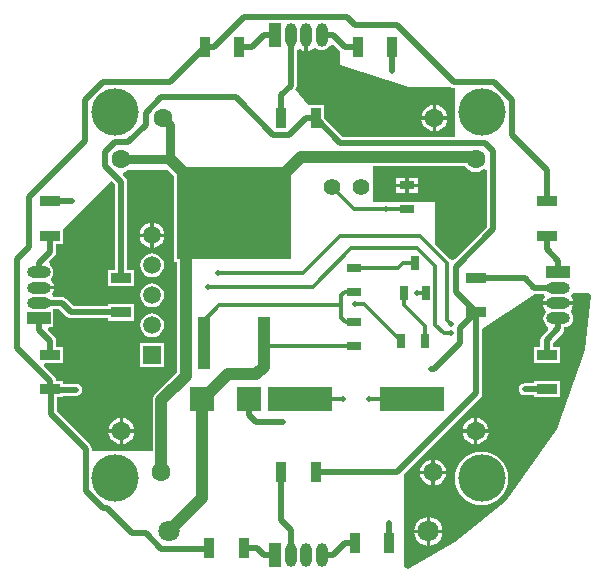
<source format=gtl>
G04 Layer_Physical_Order=1*
G04 Layer_Color=255*
%FSLAX25Y25*%
%MOIN*%
G70*
G01*
G75*
%ADD10R,0.03543X0.06693*%
%ADD11R,0.06693X0.03543*%
%ADD12R,0.02559X0.04724*%
%ADD13R,0.21654X0.07874*%
%ADD14R,0.05000X0.02756*%
%ADD15R,0.02756X0.05000*%
%ADD16R,0.37992X0.30709*%
%ADD17R,0.04331X0.17520*%
%ADD18R,0.07874X0.07874*%
%ADD19C,0.01968*%
%ADD20C,0.03937*%
%ADD21C,0.01181*%
%ADD22C,0.03150*%
%ADD23C,0.15748*%
%ADD24C,0.07087*%
%ADD25R,0.07874X0.03937*%
%ADD26O,0.07874X0.03937*%
%ADD27R,0.03937X0.07874*%
%ADD28O,0.03937X0.07874*%
%ADD29C,0.06299*%
%ADD30C,0.05512*%
%ADD31C,0.05905*%
%ADD32R,0.05905X0.05905*%
%ADD33C,0.01968*%
G36*
X97546Y-90D02*
X95669Y-18110D01*
X86221Y-44488D01*
X69056Y-68692D01*
X52050Y-82297D01*
X36354Y-91280D01*
X35333Y-90688D01*
Y-59549D01*
X61037Y-33845D01*
Y-32802D01*
X61062Y-32677D01*
Y-11398D01*
X78969Y552D01*
X81639D01*
X81771Y402D01*
X82143Y-593D01*
X82102Y-700D01*
X81894Y-971D01*
X81577Y-1737D01*
X81547Y-1969D01*
X91682D01*
X91651Y-1737D01*
X91334Y-971D01*
X91126Y-700D01*
X90949Y-234D01*
X91541Y787D01*
X96756D01*
X97546Y-90D01*
D02*
G37*
G36*
X-41634Y39784D02*
Y11024D01*
X-40380D01*
Y-25538D01*
X-47775Y-32933D01*
X-48248Y-33550D01*
X-48546Y-34269D01*
X-48647Y-35039D01*
Y-51968D01*
X-68859Y-51968D01*
Y-51181D01*
X-69012Y-50413D01*
X-69447Y-49762D01*
X-80473Y-38736D01*
Y-34055D01*
X-78347D01*
Y-33503D01*
X-74016D01*
X-73248Y-33350D01*
X-72597Y-32915D01*
X-72162Y-32264D01*
X-72009Y-31496D01*
X-72162Y-30728D01*
X-72597Y-30077D01*
X-73248Y-29642D01*
X-74016Y-29489D01*
X-78347D01*
Y-28543D01*
X-80709D01*
X-80823Y-27972D01*
X-81258Y-27321D01*
X-84850Y-23729D01*
X-84398Y-22638D01*
X-78347D01*
Y-17126D01*
X-80670D01*
Y-15354D01*
X-80823Y-14586D01*
X-81258Y-13935D01*
X-83472Y-11721D01*
X-83020Y-10630D01*
X-81693D01*
Y-4724D01*
X-80577Y-4566D01*
X-79768D01*
X-77207Y-7128D01*
X-76556Y-7563D01*
X-75787Y-7716D01*
X-63386D01*
Y-8465D01*
X-54724D01*
Y-2953D01*
X-63386D01*
Y-3702D01*
X-74956D01*
X-77518Y-1140D01*
X-78169Y-705D01*
X-78937Y-552D01*
X-81639D01*
X-81771Y-402D01*
X-82143Y593D01*
X-82102Y700D01*
X-81894Y971D01*
X-81577Y1737D01*
X-81547Y1969D01*
X-86614D01*
Y3150D01*
X-81547D01*
X-81577Y3381D01*
X-81894Y4147D01*
X-82102Y4418D01*
X-82540Y5571D01*
X-82066Y6188D01*
X-81769Y6906D01*
X-81667Y7677D01*
X-81769Y8448D01*
X-82066Y9166D01*
X-82540Y9783D01*
X-82773Y9962D01*
X-83048Y11357D01*
X-81258Y13148D01*
X-80823Y13799D01*
X-80670Y14567D01*
Y17126D01*
X-78347D01*
Y22047D01*
X-62264Y38130D01*
X-61062Y36928D01*
Y8465D01*
X-63386D01*
Y2953D01*
X-54724D01*
Y8465D01*
X-57048D01*
Y37759D01*
X-57201Y38527D01*
X-57636Y39178D01*
X-58452Y39994D01*
X-58029Y41241D01*
X-57976Y41248D01*
X-56970Y41665D01*
X-56882Y41732D01*
X-43582D01*
X-41634Y39784D01*
D02*
G37*
G36*
X56107Y42327D02*
X56970Y41665D01*
X57976Y41248D01*
X59055Y41106D01*
X60134Y41248D01*
X61140Y41665D01*
X61773Y42150D01*
X62573Y41906D01*
X62954Y41625D01*
Y22879D01*
X52033Y11958D01*
X51526Y11882D01*
X50456Y12051D01*
X45669Y16838D01*
X45669Y31102D01*
X39705D01*
Y31102D01*
X32736D01*
Y31102D01*
X31555Y31102D01*
X24803D01*
Y43085D01*
X55526D01*
X56107Y42327D01*
D02*
G37*
G36*
X3150Y81547D02*
X3381Y81577D01*
X4147Y81894D01*
X4418Y82102D01*
X5571Y82540D01*
X6188Y82066D01*
X6906Y81769D01*
X7677Y81667D01*
X8448Y81769D01*
X9166Y82066D01*
X9783Y82540D01*
X10256Y83157D01*
X10289Y83234D01*
X11645Y83548D01*
X13780Y81414D01*
Y76772D01*
X36804Y69291D01*
X50880D01*
X51004Y69209D01*
X51772Y69056D01*
X52147D01*
Y61277D01*
X52122Y61024D01*
X52147Y60770D01*
Y52794D01*
X14808D01*
X8465Y59138D01*
Y63386D01*
X3188D01*
X-1034Y68621D01*
X-705Y69114D01*
X-552Y69882D01*
Y81639D01*
X-402Y81771D01*
X593Y82143D01*
X700Y82102D01*
X971Y81894D01*
X1737Y81577D01*
X1969Y81547D01*
Y86614D01*
X3150D01*
Y81547D01*
D02*
G37*
%LPC*%
G36*
X63345Y-45866D02*
X59646D01*
Y-49566D01*
X60186Y-49495D01*
X61239Y-49058D01*
X62144Y-48364D01*
X62838Y-47460D01*
X63274Y-46406D01*
X63345Y-45866D01*
D02*
G37*
G36*
X58465D02*
X54765D01*
X54836Y-46406D01*
X55272Y-47460D01*
X55966Y-48364D01*
X56871Y-49058D01*
X57925Y-49495D01*
X58465Y-49566D01*
Y-45866D01*
D02*
G37*
G36*
Y-40985D02*
X57925Y-41056D01*
X56871Y-41493D01*
X55966Y-42187D01*
X55272Y-43092D01*
X54836Y-44145D01*
X54765Y-44685D01*
X58465D01*
Y-40985D01*
D02*
G37*
G36*
X59646D02*
Y-44685D01*
X63345D01*
X63274Y-44145D01*
X62838Y-43092D01*
X62144Y-42187D01*
X61239Y-41493D01*
X60186Y-41056D01*
X59646Y-40985D01*
D02*
G37*
G36*
X43898Y-74053D02*
Y-78150D01*
X47995D01*
X47910Y-77507D01*
X47434Y-76358D01*
X46677Y-75371D01*
X45690Y-74613D01*
X44540Y-74137D01*
X43898Y-74053D01*
D02*
G37*
G36*
X61024Y-52122D02*
X59287Y-52293D01*
X57617Y-52800D01*
X56078Y-53623D01*
X54730Y-54730D01*
X53623Y-56078D01*
X52800Y-57617D01*
X52293Y-59287D01*
X52122Y-61024D01*
X52293Y-62760D01*
X52800Y-64430D01*
X53623Y-65969D01*
X54730Y-67318D01*
X56078Y-68425D01*
X57617Y-69247D01*
X59287Y-69754D01*
X61024Y-69925D01*
X62760Y-69754D01*
X64430Y-69247D01*
X65969Y-68425D01*
X67318Y-67318D01*
X68425Y-65969D01*
X69247Y-64430D01*
X69754Y-62760D01*
X69925Y-61024D01*
X69754Y-59287D01*
X69247Y-57617D01*
X68425Y-56078D01*
X67318Y-54730D01*
X65969Y-53623D01*
X64430Y-52800D01*
X62760Y-52293D01*
X61024Y-52122D01*
D02*
G37*
G36*
X42717Y-74053D02*
X42074Y-74137D01*
X40925Y-74613D01*
X39938Y-75371D01*
X39180Y-76358D01*
X38704Y-77507D01*
X38620Y-78150D01*
X42717D01*
Y-74053D01*
D02*
G37*
G36*
Y-79331D02*
X38620D01*
X38704Y-79974D01*
X39180Y-81123D01*
X39938Y-82110D01*
X40925Y-82867D01*
X42074Y-83343D01*
X42717Y-83428D01*
Y-79331D01*
D02*
G37*
G36*
X47995D02*
X43898D01*
Y-83428D01*
X44540Y-83343D01*
X45690Y-82867D01*
X46677Y-82110D01*
X47434Y-81123D01*
X47910Y-79974D01*
X47995Y-79331D01*
D02*
G37*
G36*
X45472Y-54765D02*
Y-58465D01*
X49172D01*
X49101Y-57925D01*
X48665Y-56871D01*
X47971Y-55966D01*
X47066Y-55272D01*
X46012Y-54836D01*
X45472Y-54765D01*
D02*
G37*
G36*
X44291D02*
X43751Y-54836D01*
X42698Y-55272D01*
X41793Y-55966D01*
X41099Y-56871D01*
X40663Y-57925D01*
X40592Y-58465D01*
X44291D01*
Y-54765D01*
D02*
G37*
G36*
X49172Y-59646D02*
X45472D01*
Y-63345D01*
X46012Y-63274D01*
X47066Y-62838D01*
X47971Y-62144D01*
X48665Y-61239D01*
X49101Y-60186D01*
X49172Y-59646D01*
D02*
G37*
G36*
X44291D02*
X40592D01*
X40663Y-60186D01*
X41099Y-61239D01*
X41793Y-62144D01*
X42698Y-62838D01*
X43751Y-63274D01*
X44291Y-63345D01*
Y-59646D01*
D02*
G37*
G36*
X87008Y-28543D02*
X78347D01*
Y-29292D01*
X75394D01*
X74626Y-29445D01*
X73975Y-29880D01*
X73539Y-30531D01*
X73387Y-31299D01*
X73539Y-32067D01*
X73975Y-32718D01*
X74626Y-33154D01*
X75394Y-33306D01*
X78347D01*
Y-34055D01*
X87008D01*
Y-28543D01*
D02*
G37*
G36*
X91682Y-3150D02*
X81547D01*
X81577Y-3381D01*
X81894Y-4147D01*
X82102Y-4418D01*
X82540Y-5571D01*
X82066Y-6188D01*
X81769Y-6906D01*
X81667Y-7677D01*
X81769Y-8448D01*
X82066Y-9166D01*
X82540Y-9783D01*
X82996Y-10133D01*
X83177Y-10610D01*
X83233Y-11567D01*
X81258Y-13541D01*
X80823Y-14193D01*
X80670Y-14961D01*
Y-17126D01*
X78347D01*
Y-22638D01*
X87008D01*
Y-17126D01*
X84684D01*
Y-15792D01*
X88033Y-12443D01*
X88468Y-11792D01*
X88621Y-11024D01*
Y-10650D01*
X89354Y-10554D01*
X90072Y-10256D01*
X90689Y-9783D01*
X91162Y-9166D01*
X91459Y-8448D01*
X91561Y-7677D01*
X91459Y-6906D01*
X91162Y-6188D01*
X90689Y-5571D01*
X91126Y-4418D01*
X91334Y-4147D01*
X91651Y-3381D01*
X91682Y-3150D01*
D02*
G37*
G36*
X-54765Y-45866D02*
X-58465D01*
Y-49566D01*
X-57925Y-49495D01*
X-56871Y-49058D01*
X-55966Y-48364D01*
X-55272Y-47460D01*
X-54836Y-46406D01*
X-54765Y-45866D01*
D02*
G37*
G36*
X-59646Y-40985D02*
X-60186Y-41056D01*
X-61239Y-41493D01*
X-62144Y-42187D01*
X-62838Y-43092D01*
X-63274Y-44145D01*
X-63345Y-44685D01*
X-59646D01*
Y-40985D01*
D02*
G37*
G36*
X-58465D02*
Y-44685D01*
X-54765D01*
X-54836Y-44145D01*
X-55272Y-43092D01*
X-55966Y-42187D01*
X-56871Y-41493D01*
X-57925Y-41056D01*
X-58465Y-40985D01*
D02*
G37*
G36*
X-59646Y-45866D02*
X-63345D01*
X-63274Y-46406D01*
X-62838Y-47460D01*
X-62144Y-48364D01*
X-61239Y-49058D01*
X-60186Y-49495D01*
X-59646Y-49566D01*
Y-45866D01*
D02*
G37*
G36*
X-48228Y24092D02*
Y20591D01*
X-44727D01*
X-44791Y21079D01*
X-45208Y22085D01*
X-45871Y22948D01*
X-46734Y23611D01*
X-47740Y24027D01*
X-48228Y24092D01*
D02*
G37*
G36*
X-48819Y-6029D02*
X-49847Y-6164D01*
X-50804Y-6561D01*
X-51627Y-7192D01*
X-52258Y-8015D01*
X-52655Y-8972D01*
X-52790Y-10000D01*
X-52655Y-11028D01*
X-52258Y-11986D01*
X-51627Y-12808D01*
X-50804Y-13439D01*
X-49847Y-13836D01*
X-48819Y-13971D01*
X-47791Y-13836D01*
X-46833Y-13439D01*
X-46011Y-12808D01*
X-45380Y-11986D01*
X-44983Y-11028D01*
X-44848Y-10000D01*
X-44983Y-8972D01*
X-45380Y-8015D01*
X-46011Y-7192D01*
X-46833Y-6561D01*
X-47791Y-6164D01*
X-48819Y-6029D01*
D02*
G37*
G36*
Y3971D02*
X-49847Y3836D01*
X-50804Y3439D01*
X-51627Y2808D01*
X-52258Y1986D01*
X-52655Y1028D01*
X-52790Y0D01*
X-52655Y-1028D01*
X-52258Y-1986D01*
X-51627Y-2808D01*
X-50804Y-3439D01*
X-49847Y-3836D01*
X-48819Y-3971D01*
X-47791Y-3836D01*
X-46833Y-3439D01*
X-46011Y-2808D01*
X-45380Y-1986D01*
X-44983Y-1028D01*
X-44848Y0D01*
X-44983Y1028D01*
X-45380Y1986D01*
X-46011Y2808D01*
X-46833Y3439D01*
X-47791Y3836D01*
X-48819Y3971D01*
D02*
G37*
G36*
X-44882Y-16063D02*
X-52756D01*
Y-23937D01*
X-44882D01*
Y-16063D01*
D02*
G37*
G36*
X-44727Y19409D02*
X-48228D01*
Y15908D01*
X-47740Y15973D01*
X-46734Y16389D01*
X-45871Y17052D01*
X-45208Y17915D01*
X-44791Y18921D01*
X-44727Y19409D01*
D02*
G37*
G36*
X-49409Y24092D02*
X-49898Y24027D01*
X-50904Y23611D01*
X-51767Y22948D01*
X-52430Y22085D01*
X-52846Y21079D01*
X-52911Y20591D01*
X-49409D01*
Y24092D01*
D02*
G37*
G36*
X-48819Y13971D02*
X-49847Y13836D01*
X-50804Y13439D01*
X-51627Y12808D01*
X-52258Y11986D01*
X-52655Y11028D01*
X-52790Y10000D01*
X-52655Y8972D01*
X-52258Y8015D01*
X-51627Y7192D01*
X-50804Y6561D01*
X-49847Y6164D01*
X-48819Y6029D01*
X-47791Y6164D01*
X-46833Y6561D01*
X-46011Y7192D01*
X-45380Y8015D01*
X-44983Y8972D01*
X-44848Y10000D01*
X-44983Y11028D01*
X-45380Y11986D01*
X-46011Y12808D01*
X-46833Y13439D01*
X-47791Y13836D01*
X-48819Y13971D01*
D02*
G37*
G36*
X-49409Y19409D02*
X-52911D01*
X-52846Y18921D01*
X-52430Y17915D01*
X-51767Y17052D01*
X-50904Y16389D01*
X-49898Y15973D01*
X-49409Y15908D01*
Y19409D01*
D02*
G37*
G36*
X35630Y39173D02*
X32539D01*
Y37205D01*
X35630D01*
Y39173D01*
D02*
G37*
G36*
X39902D02*
X36811D01*
Y37205D01*
X39902D01*
Y39173D01*
D02*
G37*
G36*
X35630Y36024D02*
X32539D01*
Y34055D01*
X35630D01*
Y36024D01*
D02*
G37*
G36*
X39902D02*
X36811D01*
Y34055D01*
X39902D01*
Y36024D01*
D02*
G37*
G36*
X44685Y63345D02*
X44145Y63274D01*
X43092Y62838D01*
X42187Y62144D01*
X41493Y61239D01*
X41056Y60186D01*
X40985Y59646D01*
X44685D01*
Y63345D01*
D02*
G37*
G36*
X45866D02*
Y59646D01*
X49566D01*
X49495Y60186D01*
X49058Y61239D01*
X48364Y62144D01*
X47460Y62838D01*
X46406Y63274D01*
X45866Y63345D01*
D02*
G37*
G36*
X44685Y58465D02*
X40985D01*
X41056Y57925D01*
X41493Y56871D01*
X42187Y55966D01*
X43092Y55272D01*
X44145Y54836D01*
X44685Y54765D01*
Y58465D01*
D02*
G37*
G36*
X49566D02*
X45866D01*
Y54765D01*
X46406Y54836D01*
X47460Y55272D01*
X48364Y55966D01*
X49058Y56871D01*
X49495Y57925D01*
X49566Y58465D01*
D02*
G37*
%LPD*%
D10*
X-29724Y-84252D02*
D03*
X-18307D02*
D03*
X18701Y-82677D02*
D03*
X30118D02*
D03*
X5709Y-59055D02*
D03*
X-5709D02*
D03*
X-31299Y82677D02*
D03*
X-19882D02*
D03*
X19882D02*
D03*
X31299D02*
D03*
X5709Y59055D02*
D03*
X-5709D02*
D03*
D11*
X82677Y19882D02*
D03*
Y31299D02*
D03*
Y-31299D02*
D03*
Y-19882D02*
D03*
X59055Y5709D02*
D03*
Y-5709D02*
D03*
X-82677Y-19882D02*
D03*
Y-31299D02*
D03*
Y31299D02*
D03*
Y19882D02*
D03*
X-59055Y-5709D02*
D03*
Y5709D02*
D03*
D12*
X35039Y787D02*
D03*
X42520D02*
D03*
X38780Y10630D02*
D03*
D13*
X591Y-34646D02*
D03*
X37992D02*
D03*
D14*
X18504Y-9055D02*
D03*
Y-16929D02*
D03*
Y9055D02*
D03*
Y1181D02*
D03*
X36220Y36614D02*
D03*
Y28740D02*
D03*
D15*
X34252Y-15354D02*
D03*
X42126D02*
D03*
D16*
X-21654Y27362D02*
D03*
D17*
X-11654Y-15748D02*
D03*
X-31653D02*
D03*
D18*
X-16535Y-34646D02*
D03*
X-32283D02*
D03*
D19*
X-16535Y-39764D02*
Y-35039D01*
Y-39764D02*
X-14173Y-42126D01*
X86614Y7677D02*
Y11417D01*
X82677Y15354D02*
X86614Y11417D01*
X82677Y15354D02*
Y19882D01*
X86614Y-11024D02*
Y-7677D01*
X82677Y-14961D02*
X86614Y-11024D01*
X82677Y-19882D02*
Y-14961D01*
X59055Y5709D02*
X75394D01*
X78543Y2559D01*
X86614D01*
X-86614Y-2559D02*
X-78937D01*
X-86614Y7677D02*
Y10630D01*
X-82677Y-19882D02*
Y-15354D01*
X-86614Y-11417D02*
X-82677Y-15354D01*
X-86614Y-11417D02*
Y-7677D01*
X-5709Y59055D02*
Y66732D01*
X-2559Y69882D01*
Y86614D01*
X-19882Y82677D02*
X-15354D01*
X-11417Y86614D01*
X-7677D01*
X7677D02*
X11417D01*
X15354Y82677D01*
X19882D01*
X-2559Y-86614D02*
Y-78150D01*
X-5709Y-75000D02*
X-2559Y-78150D01*
X-5709Y-75000D02*
Y-59055D01*
X15354Y-82677D02*
X18701D01*
X11417Y-86614D02*
X15354Y-82677D01*
X7677Y-86614D02*
X11417D01*
X-11417D02*
X-7677D01*
X-13780Y-84252D02*
X-11417Y-86614D01*
X-18307Y-84252D02*
X-13780D01*
X5709Y59055D02*
X13976Y50787D01*
X62205D01*
X64961Y48031D01*
X52362Y984D02*
X59055Y-5709D01*
X-59055Y5709D02*
Y37759D01*
X-64370Y43074D02*
X-59055Y37759D01*
X-64370Y43074D02*
Y47835D01*
X-45706Y66142D02*
X-20976D01*
X-8377Y53543D01*
X-3040D01*
X2472Y59055D01*
X5709D01*
X-29921Y-84449D02*
X-29724Y-84252D01*
X-50984Y-79136D02*
X-45672Y-84449D01*
X-29921D01*
X-64370Y47835D02*
X-61221Y50984D01*
X-56865D01*
X-50984Y56865D01*
Y60863D01*
X-45706Y66142D01*
X-42913Y71063D02*
X-31299Y82677D01*
X-65182Y71063D02*
X-42913D01*
X-71063Y65182D02*
X-65182Y71063D01*
X-71063Y51378D02*
Y65182D01*
X-86614Y10630D02*
X-82677Y14567D01*
Y19882D01*
X-78937Y-2559D02*
X-75787Y-5709D01*
X-59055D01*
X-89764Y16142D02*
Y32677D01*
X-82677Y-31299D02*
Y-28740D01*
X-93701Y-17717D02*
X-82677Y-28740D01*
X-93701Y-17717D02*
Y12205D01*
X-89764Y16142D01*
Y32677D02*
X-71063Y51378D01*
X-31299Y82677D02*
X-28062D01*
X-18023Y92716D01*
X16339D01*
X18898Y90158D01*
X32677D01*
X51772Y71063D01*
X65182D01*
X71063Y65182D01*
Y53347D02*
Y65182D01*
Y53347D02*
X82677Y41732D01*
Y31299D02*
Y41732D01*
X-82677Y31299D02*
X-75394D01*
X30118Y-82677D02*
Y-75787D01*
X75394Y-31299D02*
X82677D01*
X31102Y82480D02*
X31299Y82677D01*
X31102Y74803D02*
Y82480D01*
X-82480Y-31496D02*
X-74016D01*
X-82677Y-31299D02*
X-82480Y-31496D01*
X53740Y-11024D02*
X59055Y-5709D01*
X5709Y-59055D02*
X32677D01*
X59055Y-32677D01*
Y-5709D01*
X53740Y-15945D02*
Y-11024D01*
X44094Y-24409D02*
X45276D01*
X53740Y-15945D01*
X-14173Y-42126D02*
X-5118D01*
X-55509Y-79136D02*
X-50984D01*
X-70866Y-65101D02*
X-65101Y-70866D01*
X-63779D01*
X-55509Y-79136D01*
X-82480Y-39567D02*
Y-31496D01*
Y-39567D02*
X-70866Y-51181D01*
Y-65101D02*
Y-51181D01*
X36220Y36614D02*
X36220Y36614D01*
X52362Y984D02*
Y9449D01*
X64961Y22047D01*
Y48031D01*
D20*
X-37402Y-26772D02*
Y14567D01*
X-45669Y-35039D02*
X-37402Y-26772D01*
X-45669Y-59055D02*
Y-35039D01*
X-32185Y-67618D02*
Y-35039D01*
X-43307Y-78740D02*
X-32185Y-67618D01*
X-11654Y-23858D02*
Y-15748D01*
X-42913Y45276D02*
X-25000Y27362D01*
X58268Y46063D02*
X59055Y45276D01*
X-25000Y27362D02*
X-24606D01*
X-21654D01*
X-17913D01*
X787Y46063D01*
X58268D01*
X-14173Y-26378D02*
X-11654Y-23858D01*
X-23524Y-26378D02*
X-14173D01*
X-37402Y14567D02*
X-24606Y27362D01*
X-32185Y-35039D02*
X-23524Y-26378D01*
D21*
X23622Y-34646D02*
X37992D01*
X591D02*
X14961D01*
X14173Y-7480D02*
X15748Y-9055D01*
X18504D01*
X-10472Y-16929D02*
X18504D01*
X-11654Y-15748D02*
X-10472Y-16929D01*
X21850Y-2953D02*
X34252Y-15354D01*
X14173Y0D02*
X15354Y1181D01*
X18504D01*
X-31653Y-8425D02*
X-26378Y-3150D01*
X14173D01*
X-31653Y-15748D02*
Y-8425D01*
X14173Y-7480D02*
Y-3150D01*
Y0D01*
X36220Y28740D02*
X36344Y28616D01*
X29134Y28740D02*
X36220D01*
X18504Y9055D02*
X33268D01*
X34843Y10630D01*
X38780D01*
X35039Y-3150D02*
Y787D01*
Y-3150D02*
X42126Y-10236D01*
Y-15354D02*
Y-10236D01*
X11024Y36220D02*
X18504Y28740D01*
X29134D01*
X17618Y15650D02*
X39629D01*
X45669Y9609D01*
Y-9843D02*
Y9609D01*
Y-9843D02*
X48425Y-12598D01*
X50787D01*
X49606Y-8268D02*
X50787Y-9449D01*
X49606Y-8268D02*
Y10630D01*
X-30315Y2756D02*
X4724D01*
X17618Y15650D01*
X40551Y19685D02*
X49606Y10630D01*
X-26772Y7480D02*
X1575D01*
X13780Y19685D01*
X40551D01*
X18701Y-2953D02*
X21850D01*
X39469Y787D02*
X42520D01*
D22*
X-42913Y45276D02*
Y56693D01*
X-45276Y59055D02*
X-42913Y56693D01*
X-59055Y45276D02*
X-42913D01*
D23*
X61024Y61024D02*
D03*
X-61024D02*
D03*
Y-61024D02*
D03*
X61024D02*
D03*
D24*
X43307Y-78740D02*
D03*
X-43307D02*
D03*
D25*
X-86614Y-7677D02*
D03*
X86614Y7677D02*
D03*
D26*
X-86614Y-2559D02*
D03*
Y2559D02*
D03*
Y7677D02*
D03*
X86614Y2559D02*
D03*
Y-2559D02*
D03*
Y-7677D02*
D03*
D27*
X-7677Y86614D02*
D03*
Y-86614D02*
D03*
D28*
X-2559Y86614D02*
D03*
X2559D02*
D03*
X7677D02*
D03*
X-2559Y-86614D02*
D03*
X2559D02*
D03*
X7677D02*
D03*
D29*
X45276Y59055D02*
D03*
X-45276D02*
D03*
X59055Y45276D02*
D03*
Y-45276D02*
D03*
X44882Y-59055D02*
D03*
X-45669D02*
D03*
X-59055Y45276D02*
D03*
Y-45276D02*
D03*
D30*
X20866Y36220D02*
D03*
X11024D02*
D03*
D31*
X-48819Y20000D02*
D03*
Y10000D02*
D03*
Y0D02*
D03*
Y-10000D02*
D03*
D32*
Y-20000D02*
D03*
D33*
X23622Y-34646D02*
D03*
X14961D02*
D03*
X-75394Y31299D02*
D03*
X30118Y-75787D02*
D03*
X75394Y-31299D02*
D03*
X31102Y74803D02*
D03*
X-74016Y-31496D02*
D03*
X50787Y-12598D02*
D03*
Y-9449D02*
D03*
X44094Y-24409D02*
D03*
X-5118Y-42126D02*
D03*
X29134Y28740D02*
D03*
X-42795Y-23228D02*
D03*
X27559Y54331D02*
D03*
X22047D02*
D03*
X27559Y33071D02*
D03*
X30315Y40945D02*
D03*
X27559D02*
D03*
X33071D02*
D03*
X35827D02*
D03*
X30315Y54331D02*
D03*
X24803D02*
D03*
X-30315Y2756D02*
D03*
X-26772Y7480D02*
D03*
X18701Y-2953D02*
D03*
X49311Y15256D02*
D03*
X39469Y787D02*
D03*
M02*

</source>
